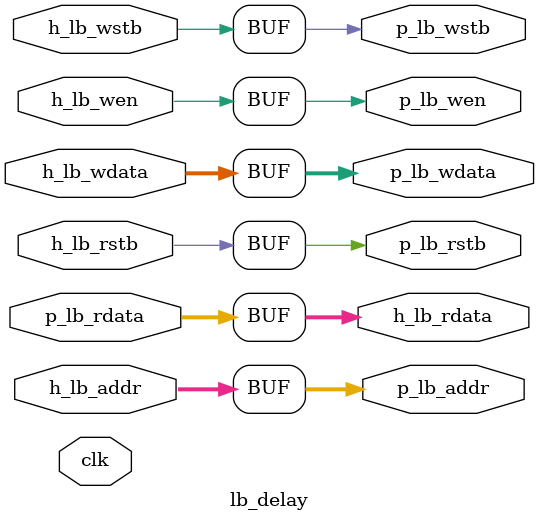
<source format=v>
/* N stages of additional routing pipeline for a localbus interface
*/

module lb_delay #(
  parameter NSTAGES = 0,
  parameter LB_DW = 32,
  parameter LB_AW = 21
) (
  input  clk,
  // Host-side interface (connect to host)
  input  h_lb_wen,
  input  [LB_AW-1:0] h_lb_addr,
  input  [LB_DW-1:0] h_lb_wdata,
  output [LB_DW-1:0] h_lb_rdata,
  input  h_lb_wstb,
  input  h_lb_rstb,
  // Peripheral-side interface (connect to peripheral)
  output p_lb_wen,
  output [LB_AW-1:0] p_lb_addr,
  output [LB_DW-1:0] p_lb_wdata,
  input  [LB_DW-1:0] p_lb_rdata,
  output p_lb_wstb,
  output p_lb_rstb
);

integer N;
generate
  if (NSTAGES == 0) begin : passthrough
    assign p_lb_wen = h_lb_wen;
    assign p_lb_addr = h_lb_addr;
    assign p_lb_wdata = h_lb_wdata;
    assign h_lb_rdata = p_lb_rdata; // ptoh
    assign p_lb_wstb = h_lb_wstb;
    assign p_lb_rstb = h_lb_rstb;
  end else begin :          pipeline
    (* KEEP="TRUE" *) reg [NSTAGES-1:0] lb_wen=0;
    assign p_lb_wen = lb_wen[NSTAGES-1];
    (* KEEP="TRUE" *) reg [LB_AW-1:0] lb_addr [0:NSTAGES-1];
    assign p_lb_addr = lb_addr[NSTAGES-1];
    (* KEEP="TRUE" *) reg [LB_DW-1:0] lb_wdata [0:NSTAGES-1];
    assign p_lb_wdata = lb_wdata[NSTAGES-1];
    (* KEEP="TRUE" *) reg [LB_DW-1:0] lb_rdata [0:NSTAGES-1];
    assign h_lb_rdata = lb_rdata[NSTAGES-1]; // ptoh
    (* KEEP="TRUE" *) reg [NSTAGES-1:0] lb_wstb=0;
    assign p_lb_wstb = lb_wstb[NSTAGES-1];
    (* KEEP="TRUE" *) reg [NSTAGES-1:0] lb_rstb=0;
    assign p_lb_rstb = lb_rstb[NSTAGES-1];
    always @(posedge clk) begin
      lb_wen[0] <= h_lb_wen;
      lb_addr[0] <= h_lb_addr;
      lb_wdata[0] <= h_lb_wdata;
      lb_rdata[0] <= p_lb_rdata; // ptoh
      lb_wstb[0] <= h_lb_wstb;
      lb_rstb[0] <= h_lb_rstb;
      for (N=1; N < NSTAGES; N = N + 1) begin
        lb_wen[N] <= lb_wen[N-1];
        lb_addr[N] <= lb_addr[N-1];
        lb_wdata[N] <= lb_wdata[N-1];
        lb_rdata[N] <= lb_rdata[N-1];
        lb_wstb[N] <= lb_wstb[N-1];
        lb_rstb[N] <= lb_rstb[N-1];
      end
    end
  end
endgenerate

endmodule



</source>
